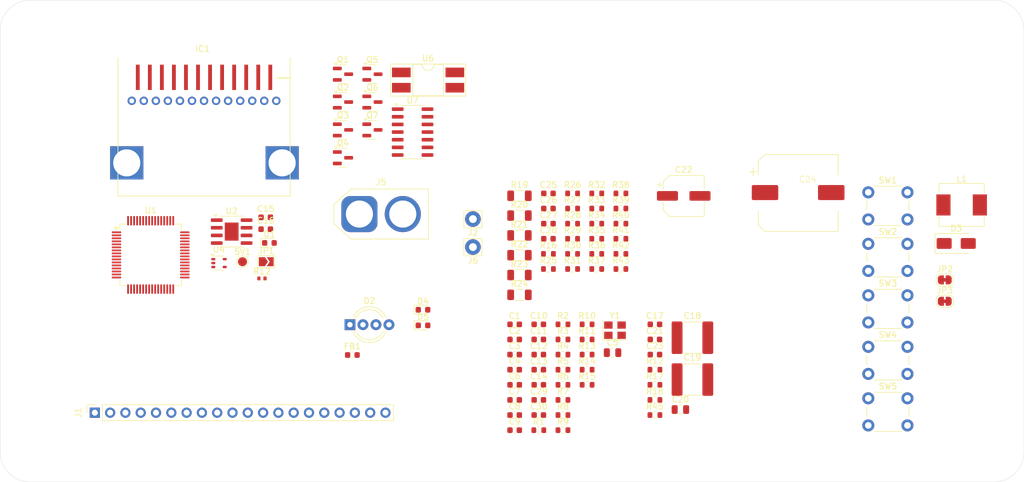
<source format=kicad_pcb>
(kicad_pcb (version 20240108) (generator "pcbnew") (generator_version "8.0")
  (layers (0 "F.Cu" signal) (31 "B.Cu" signal) (34 "B.Paste" user) (35 "F.Paste" user) (36 "B.SilkS" user "B.Silkscreen") (37 "F.SilkS" user "F.Silkscreen") (38 "B.Mask" user) (39 "F.Mask" user) (44 "Edge.Cuts" user))
  (net 0 "")
  (net 1 "+5V")
  (net 2 "GND")
  (net 3 "+3.3V")
  (net 4 "Net-(D1-A)")
  (net 5 "Net-(D1-K)")
  (net 6 "/Motor_driver/TQ")
  (net 7 "/Motor_driver/OUT2A")
  (net 8 "/Motor_driver/ENB")
  (net 9 "Net-(IC1-NFA)")
  (net 11 "/Motor_driver/OUT1B")
  (net 12 "+48V")
  (net 13 "M3")
  (net 14 "Net-(IC1-OSC)")
  (net 15 "/Motor_driver/OUT1A")
  (net 16 "M2")
  (net 17 "Net-(IC1-NFB)")
  (net 18 "/Motor_driver/OUT2B")
  (net 19 "LTC")
  (net 20 "Net-(IC1-VREF)")
  (net 21 "M1")
  (net 22 "Net-(IC1-VREG)")
  (net 23 "/Motor_driver/CLK_L")
  (net 24 "/Motor_driver/DIR_L")
  (net 25 "Net-(IC1-ALERT)")
  (net 26 "/Power/GND_48V")
  (net 27 "M1_STM")
  (net 28 "M3_STM")
  (net 29 "LTC_STM")
  (net 30 "M2_STM")
  (net 32 "STEP_STM")
  (net 34 "RGB_B")
  (net 36 "GLCD_RST")
  (net 38 "CLK")
  (net 40 "/RCC_OSC_OUT")
  (net 42 "/RCC_OSC_IN")
  (net 45 "RGB_R")
  (net 46 "Button_left_max")
  (net 47 "RGB_G")
  (net 54 "GLCD_CS")
  (net 56 "Button_gen_stop")
  (net 58 "GLCD_SCK")
  (net 59 "DIR_STM")
  (net 60 "ADC1")
  (net 61 "+3.3VA")
  (net 65 "Net-(SW1A-A)")
  (net 69 "GLCD_SID")
  (net 73 "Net-(U1-BOOT0)")
  (net 74 "Net-(Q7-E)")
  (net 75 "Button_prec")
  (net 76 "/NRST")
  (net 78 "Button_conf")
  (net 79 "Button_right_max")
  (net 80 "DIR")
  (net 82 "Net-(Q7-B)")
  (net 85 "ADC2")
  (net 87 "Net-(U2-DIM)")
  (net 88 "Net-(U2-BST)")
  (net 90 "Net-(U2-FB)")
  (net 91 "Net-(D3-K)")
  (net 94 "Net-(U7-Pad5)")
  (net 96 "Net-(SW2A-A)")
  (net 99 "Net-(SW3A-A)")
  (net 100 "Net-(SW4A-A)")
  (net 101 "Net-(SW5A-A)")
  (net 102 "Net-(D2-RK)")
  (net 103 "Net-(D2-GK)")
  (net 104 "Net-(D2-BK)")
  (net 105 "Net-(D4-K)")
  (net 106 "Net-(R33-Pad2)")
  (net 107 "Net-(R42-Pad1)")
  (net 108 "Net-(D5-K)")
  (net 109 "Net-(R43-Pad1)")
  (net 121 "Net-(JP2-A)")
  (footprint "Package_TO_SOT_SMD:SOT-23" (layer "F.Cu") (at 111.815 51.545)
    (property "Reference" "Q7" (at 0 -2.4 0) (layer "F.SilkS"))
    (property "Value" "BC847")
    (pad "1" smd roundrect (at -0.9375 -0.95) (size 1.475 0.6) (layers "F.Cu" "F.Paste" "F.Mask") (net 82 "Net-(Q7-B)"))
    (pad "2" smd roundrect (at -0.9375 0.95) (size 1.475 0.6) (layers "F.Cu" "F.Paste" "F.Mask") (net 74 "Net-(Q7-E)"))
    (pad "3" smd roundrect (at 0.9375 0) (size 1.475 0.6) (layers "F.Cu" "F.Paste" "F.Mask") (net 1 "+5V"))
  )
  (footprint "Resistor_SMD:R_0603_1608Metric" (layer "F.Cu") (at 143.45 86.34)
    (property "Reference" "R3" (at 0 -1.43 0) (layer "F.SilkS"))
    (property "Value" "470")
    (pad "1" smd roundrect (at -0.825 0) (size 0.8 0.95) (layers "F.Cu" "F.Paste" "F.Mask") (net 65 "Net-(SW1A-A)"))
    (pad "2" smd roundrect (at 0.825 0) (size 0.8 0.95) (layers "F.Cu" "F.Paste" "F.Mask") (net 78 "Button_conf"))
  )
  (footprint "Resistor_SMD:R_0603_1608Metric" (layer "F.Cu") (at 141.04 74.64)
    (property "Reference" "R25" (at 0 -1.43 0) (layer "F.SilkS"))
    (property "Value" "10K")
    (pad "1" smd roundrect (at -0.825 0) (size 0.8 0.95) (layers "F.Cu" "F.Paste" "F.Mask") (net 27 "M1_STM"))
    (pad "2" smd roundrect (at 0.825 0) (size 0.8 0.95) (layers "F.Cu" "F.Paste" "F.Mask") (net 3 "+3.3V"))
  )
  (footprint "Resistor_SMD:R_0603_1608Metric" (layer "F.Cu") (at 147.46 83.83)
    (property "Reference" "R10" (at 0 -1.43 0) (layer "F.SilkS"))
    (property "Value" "16.5K")
    (pad "1" smd roundrect (at -0.825 0) (size 0.8 0.95) (layers "F.Cu" "F.Paste" "F.Mask") (net 2 "GND"))
    (pad "2" smd roundrect (at 0.825 0) (size 0.8 0.95) (layers "F.Cu" "F.Paste" "F.Mask") (net 79 "Button_right_max"))
  )
  (footprint "Resistor_SMD:R_0603_1608Metric" (layer "F.Cu") (at 149.06 67.11)
    (property "Reference" "R34" (at 0 -1.43 0) (layer "F.SilkS"))
    (property "Value" "10K")
    (pad "1" smd roundrect (at -0.825 0) (size 0.8 0.95) (layers "F.Cu" "F.Paste" "F.Mask") (net 32 "STEP_STM"))
    (pad "2" smd roundrect (at 0.825 0) (size 0.8 0.95) (layers "F.Cu" "F.Paste" "F.Mask") (net 3 "+3.3V"))
  )
  (footprint "Button_Switch_THT:SW_PUSH_6mm" (layer "F.Cu") (at 194.15 79.01)
    (property "Reference" "SW3" (at 3.25 -2 0) (layer "F.SilkS"))
    (property "Value" "SW_DPST_x2")
    (pad "1" thru_hole circle (at 0 0 90) (size 2 2) (drill 1.1) (layers "*.Cu" "*.Mask") (net 99 "Net-(SW3A-A)"))
    (pad "1" thru_hole circle (at 6.5 0 90) (size 2 2) (drill 1.1) (layers "*.Cu" "*.Mask") (net 99 "Net-(SW3A-A)"))
    (pad "2" thru_hole circle (at 0 4.5 90) (size 2 2) (drill 1.1) (layers "*.Cu" "*.Mask") (net 3 "+3.3V"))
    (pad "2" thru_hole circle (at 6.5 4.5 90) (size 2 2) (drill 1.1) (layers "*.Cu" "*.Mask") (net 3 "+3.3V"))
  )
  (footprint "Resistor_SMD:R_0603_1608Metric" (layer "F.Cu") (at 153.07 72.13)
    (property "Reference" "R42" (at 0 -1.43 0) (layer "F.SilkS"))
    (property "Value" "4.7K")
    (pad "1" smd roundrect (at -0.825 0) (size 0.8 0.95) (layers "F.Cu" "F.Paste" "F.Mask") (net 107 "Net-(R42-Pad1)"))
    (pad "2" smd roundrect (at 0.825 0) (size 0.8 0.95) (layers "F.Cu" "F.Paste" "F.Mask") (net 1 "+5V"))
  )
  (footprint "Crystal:Crystal_SMD_3225-4Pin_3.2x2.5mm" (layer "F.Cu") (at 152.09 84.8)
    (property "Reference" "Y1" (at 0 -2.45 0) (layer "F.SilkS"))
    (property "Value" "16MHz")
    (pad "1" smd rect (at -1.1 0.85) (size 1.4 1.2) (layers "F.Cu" "F.Paste" "F.Mask") (net 42 "/RCC_OSC_IN"))
    (pad "2" smd rect (at 1.1 0.85) (size 1.4 1.2) (layers "F.Cu" "F.Paste" "F.Mask") (net 2 "GND"))
    (pad "3" smd rect (at 1.1 -0.85) (size 1.4 1.2) (layers "F.Cu" "F.Paste" "F.Mask") (net 40 "/RCC_OSC_OUT"))
    (pad "4" smd rect (at -1.1 -0.85) (size 1.4 1.2) (layers "F.Cu" "F.Paste" "F.Mask") (net 2 "GND"))
  )
  (footprint "Package_TO_SOT_SMD:SOT-23" (layer "F.Cu") (at 111.815 42.295)
    (property "Reference" "Q5" (at 0 -2.4 0) (layer "F.SilkS"))
    (property "Value" "BSS138")
    (pad "1" smd roundrect (at -0.9375 -0.95) (size 1.475 0.6) (layers "F.Cu" "F.Paste" "F.Mask") (net 3 "+3.3V"))
    (pad "2" smd roundrect (at -0.9375 0.95) (size 1.475 0.6) (layers "F.Cu" "F.Paste" "F.Mask") (net 32 "STEP_STM"))
    (pad "3" smd roundrect (at 0.9375 0) (size 1.475 0.6) (layers "F.Cu" "F.Paste" "F.Mask") (net 38 "CLK"))
  )
  (footprint "Resistor_SMD:R_1206_3216Metric" (layer "F.Cu") (at 136.23 78.93)
    (property "Reference" "R24" (at 0 -1.82 0) (layer "F.SilkS"))
    (property "Value" "680m")
    (pad "1" smd roundrect (at -1.4625 0) (size 1.125 1.75) (layers "F.Cu" "F.Paste" "F.Mask") (roundrect_rratio 0.222222) (net 2 "GND"))
    (pad "2" smd roundrect (at 1.4625 0) (size 1.125 1.75) (layers "F.Cu" "F.Paste" "F.Mask") (roundrect_rratio 0.222222) (net 9 "Net-(IC1-NFA)"))
  )
  (footprint "Resistor_SMD:R_0603_1608Metric" (layer "F.Cu") (at 149.06 64.6)
    (property "Reference" "R33" (at 0 -1.43 0) (layer "F.SilkS"))
    (property "Value" "470")
    (pad "1" smd roundrect (at -0.825 0) (size 0.8 0.95) (layers "F.Cu" "F.Paste" "F.Mask") (net 82 "Net-(Q7-B)"))
    (pad "2" smd roundrect (at 0.825 0) (size 0.8 0.95) (layers "F.Cu" "F.Paste" "F.Mask") (net 106 "Net-(R33-Pad2)"))
  )
  (footprint "Capacitor_SMD:C_0603_1608Metric" (layer "F.Cu") (at 158.72 83.83)
    (property "Reference" "C17" (at 0 -1.43 0) (layer "F.SilkS"))
    (property "Value" "100n")
    (pad "1" smd roundrect (at -0.775 0) (size 0.9 0.95) (layers "F.Cu" "F.Paste" "F.Mask") (net 88 "Net-(U2-BST)"))
    (pad "2" smd roundrect (at 0.775 0) (size 0.9 0.95) (layers "F.Cu" "F.Paste" "F.Mask") (net 91 "Net-(D3-K)"))
  )
  (footprint "Jumper:SolderJumper-2_P1.3mm_Bridged_RoundedPad1.0x1.5mm" (layer "F.Cu") (at 206.85 80)
    (property "Reference" "JP3" (at 0 -1.8 0) (layer "F.SilkS"))
    (property "Value" "SolderJumper_2_Bridged")
    (fp_poly (pts (xy 0.25 -0.3) (xy -0.25 -0.3) (xy -0.25 0.3) (xy 0.25 0.3)) (fill solid) (layer "F.Cu"))
    (pad "1" smd custom (at -0.65 0) (size 1 0.5) (layers "F.Cu" "F.Mask") (net 1 "+5V") (options (clearance outline) (anchor rect)) (primitives (gr_circle (center 0 0.25) (end 0.5 0.25) (width 0) (fill yes)) (gr_circle (center 0 -0.25) (end 0.5 -0.25) (width 0) (fill yes)) (gr_poly (pts (xy 0.5 0.75) (xy 0 0.75) (xy 0 -0.75) (xy 0.5 -0.75)) (width 0) (fill yes))))
    (pad "2" smd custom (at 0.65 0) (size 1 0.5) (layers "F.Cu" "F.Mask") (net 22 "Net-(IC1-VREG)") (options (clearance outline) (anchor rect)) (primitives (gr_circle (center 0 0.25) (end 0.5 0.25) (width 0) (fill yes)) (gr_circle (center 0 -0.25) (end 0.5 -0.25) (width 0) (fill yes)) (gr_poly (pts (xy 0 0.75) (xy -0.5 0.75) (xy -0.5 -0.75) (xy 0 -0.75)) (width 0) (fill yes))))
  )
  (footprint "Resistor_SMD:R_1206_3216Metric" (layer "F.Cu") (at 136.23 62.48)
    (property "Reference" "R19" (at 0 -1.82 0) (layer "F.SilkS"))
    (property "Value" "680m")
    (pad "1" smd roundrect (at -1.4625 0) (size 1.125 1.75) (layers "F.Cu" "F.Paste" "F.Mask") (roundrect_rratio 0.222222) (net 17 "Net-(IC1-NFB)"))
    (pad "2" smd roundrect (at 1.4625 0) (size 1.125 1.75) (layers "F.Cu" "F.Paste" "F.Mask") (roundrect_rratio 0.222222) (net 2 "GND"))
  )
  (footprint "LED_SMD:LED_0603_1608Metric" (layer "F.Cu") (at 94.71 70.31)
    (property "Reference" "D1" (at 0 -1.43 0) (layer "F.SilkS"))
    (property "Value" "LED")
    (pad "1" smd roundrect (at -0.7875 0) (size 0.875 0.95) (layers "F.Cu" "F.Paste" "F.Mask") (net 5 "Net-(D1-K)"))
    (pad "2" smd roundrect (at 0.7875 0) (size 0.875 0.95) (layers "F.Cu" "F.Paste" "F.Mask") (net 4 "Net-(D1-A)"))
  )
  (footprint "Resistor_SMD:R_0603_1608Metric" (layer "F.Cu") (at 153.07 67.11)
    (property "Reference" "R40" (at 0 -1.43 0) (layer "F.SilkS"))
    (property "Value" "4.7K")
    (pad "1" smd roundrect (at -0.825 0) (size 0.8 0.95) (layers "F.Cu" "F.Paste" "F.Mask") (net 1 "+5V"))
    (pad "2" smd roundrect (at 0.825 0) (size 0.8 0.95) (layers "F.Cu" "F.Paste" "F.Mask") (net 8 "/Motor_driver/ENB"))
  )
  (footprint "Package_TO_SOT_SMD:SOT-23" (layer "F.Cu") (at 111.815 46.92)
    (property "Reference" "Q6" (at 0 -2.4 0) (layer "F.SilkS"))
    (property "Value" "BSS138")
    (pad "1" smd roundrect (at -0.9375 -0.95) (size 1.475 0.6) (layers "F.Cu" "F.Paste" "F.Mask") (net 3 "+3.3V"))
    (pad "2" smd roundrect (at -0.9375 0.95) (size 1.475 0.6) (layers "F.Cu" "F.Paste" "F.Mask") (net 59 "DIR_STM"))
    (pad "3" smd roundrect (at 0.9375 0) (size 1.475 0.6) (layers "F.Cu" "F.Paste" "F.Mask") (net 80 "DIR"))
  )
  (footprint "Resistor_SMD:R_0603_1608Metric" (layer "F.Cu") (at 153.07 74.64)
    (property "Reference" "R43" (at 0 -1.43 0) (layer "F.SilkS"))
    (property "Value" "470")
    (pad "1" smd roundrect (at -0.825 0) (size 0.8 0.95) (layers "F.Cu" "F.Paste" "F.Mask") (net 109 "Net-(R43-Pad1)"))
    (pad "2" smd roundrect (at 0.825 0) (size 0.8 0.95) (layers "F.Cu" "F.Paste" "F.Mask") (net 108 "Net-(D5-K)"))
  )
  (footprint "Resistor_SMD:R_0603_1608Metric" (layer "F.Cu") (at 147.46 91.36)
    (property "Reference" "R14" (at 0 -1.43 0) (layer "F.SilkS"))
    (property "Value" "470")
    (pad "1" smd roundrect (at -0.825 0) (size 0.8 0.95) (layers "F.Cu" "F.Paste" "F.Mask") (net 103 "Net-(D2-GK)"))
    (pad "2" smd roundrect (at 0.825 0) (size 0.8 0.95) (layers "F.Cu" "F.Paste" "F.Mask") (net 47 "RGB_G"))
  )
  (footprint "Resistor_SMD:R_0603_1608Metric" (layer "F.Cu") (at 143.45 101.4)
    (property "Reference" "R9" (at 0 -1.43 0) (layer "F.SilkS"))
    (property "Value" "470")
    (pad "1" smd roundrect (at -0.825 0) (size 0.8 0.95) (layers "F.Cu" "F.Paste" "F.Mask") (net 100 "Net-(SW4A-A)"))
    (pad "2" smd roundrect (at 0.825 0) (size 0.8 0.95) (layers "F.Cu" "F.Paste" "F.Mask") (net 46 "Button_left_max"))
  )
  (footprint "Capacitor_SMD:C_0603_1608Metric" (layer "F.Cu") (at 135.43 86.34)
    (property "Reference" "C2" (at 0 -1.43 0) (layer "F.SilkS"))
    (property "Value" "100n")
    (pad "1" smd roundrect (at -0.775 0) (size 0.9 0.95) (layers "F.Cu" "F.Paste" "F.Mask") (net 3 "+3.3V"))
    (pad "2" smd roundrect (at 0.775 0) (size 0.9 0.95) (layers "F.Cu" "F.Paste" "F.Mask") (net 2 "GND"))
  )
  (footprint "Resistor_SMD:R_0603_1608Metric" (layer "F.Cu") (at 145.05 74.64)
    (property "Reference" "R31" (at 0 -1.43 0) (layer "F.SilkS"))
    (property "Value" "10K")
    (pad "1" smd roundrect (at -0.825 0) (size 0.8 0.95) (layers "F.Cu" "F.Paste" "F.Mask") (net 29 "LTC_STM"))
    (pad "2" smd roundrect (at 0.825 0) (size 0.8 0.95) (layers "F.Cu" "F.Paste" "F.Mask") (net 3 "+3.3V"))
  )
  (footprint "Capacitor_SMD:C_0603_1608Metric" (layer "F.Cu") (at 141.04 67.11)
    (property "Reference" "C27" (at 0 -1.43 0) (layer "F.SilkS"))
    (property "Value" "100n")
    (pad "1" smd roundrect (at -0.775 0) (size 0.9 0.95) (layers "F.Cu" "F.Paste" "F.Mask") (net 1 "+5V"))
    (pad "2" smd roundrect (at 0.775 0) (size 0.9 0.95) (layers "F.Cu" "F.Paste" "F.Mask") (net 2 "GND"))
  )
  (footprint "Package_TO_SOT_SMD:SOT-353_SC-70-5" (layer "F.Cu") (at 86.34 73.655)
    (property "Reference" "U4" (at 0 -2.25 0) (layer "F.SilkS"))
    (property "Value" "MIC5365-3.3YC5")
    (pad "1" smd roundrect (at -0.95 -0.65) (size 0.65 0.4) (layers "F.Cu" "F.Paste" "F.Mask") (net 1 "+5V"))
    (pad "2" smd roundrect (at -0.95 0) (size 0.65 0.4) (layers "F.Cu" "F.Paste" "F.Mask") (net 2 "GND"))
    (pad "3" smd roundrect (at -0.95 0.65) (size 0.65 0.4) (layers "F.Cu" "F.Paste" "F.Mask") (net 1 "+5V"))
    (pad "4" smd roundrect (at 0.95 0.65) (size 0.65 0.4) (layers "F.Cu" "F.Paste" "F.Mask"))
    (pad "5" smd roundrect (at 0.95 -0.65) (size 0.65 0.4) (layers "F.Cu" "F.Paste" "F.Mask") (net 3 "+3.3V"))
  )
  (footprint "Resistor_SMD:R_0603_1608Metric" (layer "F.Cu") (at 149.06 62.09)
    (property "Reference" "R32" (at 0 -1.43 0) (layer "F.SilkS"))
    (property "Value" "10K")
    (pad "1" smd roundrect (at -0.825 0) (size 0.8 0.95) (layers "F.Cu" "F.Paste" "F.Mask") (net 19 "LTC"))
    (pad "2" smd roundrect (at 0.825 0) (size 0.8 0.95) (layers "F.Cu" "F.Paste" "F.Mask") (net 1 "+5V"))
  )
  (footprint "Resistor_SMD:R_1206_3216Metric" (layer "F.Cu") (at 136.23 75.64)
    (property "Reference" "R23" (at 0 -1.82 0) (layer "F.SilkS"))
    (property "Value" "680m")
    (pad "1" smd roundrect (at -1.4625 0) (size 1.125 1.75) (layers "F.Cu" "F.Paste" "F.Mask") (roundrect_rratio 0.222222) (net 2 "GND"))
    (pad "2" smd roundrect (at 1.4625 0) (size 1.125 1.75) (layers "F.Cu" "F.Paste" "F.Mask") (roundrect_rratio 0.222222) (net 9 "Net-(IC1-NFA)"))
  )
  (footprint "Resistor_SMD:R_0603_1608Metric" (layer "F.Cu") (at 145.05 62.09)
    (property "Reference" "R26" (at 0 -1.43 0) (layer "F.SilkS"))
    (property "Value" "10K")
    (pad "1" smd roundrect (at -0.825 0) (size 0.8 0.95) (layers "F.Cu" "F.Paste" "F.Mask") (net 21 "M1"))
    (pad "2" smd roundrect (at 0.825 0) (size 0.8 0.95) (layers "F.Cu" "F.Paste" "F.Mask") (net 1 "+5V"))
  )
  (footprint "Resistor_SMD:R_0603_1608Metric" (layer "F.Cu") (at 158.72 91.36)
    (property "Reference" "R12" (at 0 -1.43 0) (layer "F.SilkS"))
    (property "Value" "470")
    (pad "1" smd roundrect (at -0.825 0) (size 0.8 0.95) (layers "F.Cu" "F.Paste" "F.Mask") (net 1 "+5V"))
    (pad "2" smd roundrect (at 0.825 0) (size 0.8 0.95) (layers "F.Cu" "F.Paste" "F.Mask") (net 2 "GND"))
  )
  (footprint "Resistor_SMD:R_0603_1608Metric" (layer "F.Cu") (at 145.05 72.13)
    (property "Reference" "R30" (at 0 -1.43 0) (layer "F.SilkS"))
    (property "Value" "10K")
    (pad "1" smd roundrect (at -0.825 0) (size 0.8 0.95) (layers "F.Cu" "F.Paste" "F.Mask") (net 13 "M3"))
    (pad "2" smd roundrect (at 0.825 0) (size 0.8 0.95) (layers "F.Cu" "F.Paste" "F.Mask") (net 1 "+5V"))
  )
  (footprint "Resistor_SMD:R_0603_1608Metric" (layer "F.Cu") (at 158.72 93.87)
    (property "Reference" "R17" (at 0 -1.43 0) (layer "F.SilkS"))
    (property "Value" "10K")
    (pad "1" smd roundrect (at -0.825 0) (size 0.8 0.95) (layers "F.Cu" "F.Paste" "F.Mask") (net 2 "GND"))
    (pad "2" smd roundrect (at 0.825 0) (size 0.8 0.95) (layers "F.Cu" "F.Paste" "F.Mask") (net 90 "Net-(U2-FB)"))
  )
  (footprint "Resistor_SMD:R_0603_1608Metric" (layer "F.Cu") (at 147.46 86.34)
    (property "Reference" "R11" (at 0 -1.43 0) (layer "F.SilkS"))
    (property "Value" "470")
    (pad "1" smd roundrect (at -0.825 0) (size 0.8 0.95) (layers "F.Cu" "F.Paste" "F.Mask") (net 101 "Net-(SW5A-A)"))
    (pad "2" smd roundrect (at 0.825 0) (size 0.8 0.95) (layers "F.Cu" "F.Paste" "F.Mask") (net 79 "Button_right_max"))
  )
  (footprint "Capacitor_SMD:C_0603_1608Metric" (layer "F.Cu") (at 158.72 88.85)
    (property "Reference" "C23" (at 0 -1.43 0) (layer "F.SilkS"))
    (property "Value" "100n")
    (pad "1" smd roundrect (at -0.775 0) (size 0.9 0.95) (layers "F.Cu" "F.Paste" "F.Mask") (net 1 "+5V"))
    (pad "2" smd roundrect (at 0.775 0) (size 0.9 0.95) (layers "F.Cu" "F.Paste" "F.Mask") (net 90 "Net-(U2-FB)"))
  )
  (footprint "Capacitor_SMD:C_0603_1608Metric" (layer "F.Cu") (at 141.04 69.62)
    (property "Reference" "C28" (at 0 -1.43 0) (layer "F.SilkS"))
    (property "Value" "100n")
    (pad "1" smd roundrect (at -0.775 0) (size 0.9 0.95) (layers "F.Cu" "F.Paste" "F.Mask") (net 2 "GND"))
    (pad "2" smd roundrect (at 0.775 0) (size 0.9 0.95) (layers "F.Cu" "F.Paste" "F.Mask") (net 20 "Net-(IC1-VREF)"))
  )
  (footprint "Capacitor_SMD:C_0603_1608Metric" (layer "F.Cu") (at 139.44 98.89)
    (property "Reference" "C30" (at 0 -1.43 0) (layer "F.SilkS"))
    (property "Value" "10p")
    (pad "1" smd roundrect (at -0.775 0) (size 0.9 0.95) (layers "F.Cu" "F.Paste" "F.Mask") (net 40 "/RCC_OSC_OUT"))
    (pad "2" smd roundrect (at 0.775 0) (size 0.9 0.95) (layers "F.Cu" "F.Paste" "F.Mask") (net 2 "GND"))
  )
  (footprint "Diode_SMD:D_SMA" (layer "F.Cu") (at 208.745 70.4)
    (property "Reference" "D3" (at 0 -2.5 0) (layer "F.SilkS"))
    (property "Value" "SS110")
    (pad "1" smd roundrect (at -2 0) (size 2.5 1.8) (layers "F.Cu" "F.Paste" "F.Mask") (roundrect_rratio 0.1388888889) (net 91 "Net-(D3-K)"))
    (pad "2" smd roundrect (at 2 0) (size 2.5 1.8) (layers "F.Cu" "F.Paste" "F.Mask") (roundrect_rratio 0.1388888889) (net 2 "GND"))
  )
  (footprint "Resistor_SMD:R_0603_1608Metric" (layer "F.Cu") (at 147.46 88.85)
    (property "Reference" "R13" (at 0 -1.43 0) (layer "F.SilkS"))
    (property "Value" "470")
    (pad "1" smd roundrect (at -0.825 0) (size 0.8 0.95) (layers "F.Cu" "F.Paste" "F.Mask") (net 102 "Net-(D2-RK)"))
    (pad "2" smd roundrect (at 0.825 0) (size 0.8 0.95) (layers "F.Cu" "F.Paste" "F.Mask") (net 45 "RGB_R"))
  )
  (footprint "Resistor_SMD:R_0603_1608Metric" (layer "F.Cu") (at 158.72 96.38)
    (property "Reference" "R18" (at 0 -1.43 0) (layer "F.SilkS"))
    (property "Value" "240K")
    (pad "1" smd roundrect (at -0.825 0) (size 0.8 0.95) (layers "F.Cu" "F.Paste" "F.Mask") (net 90 "Net-(U2-FB)"))
    (pad "2" smd roundrect (at 0.825 0) (size 0.8 0.95) (layers "F.Cu" "F.Paste" "F.Mask") (net 1 "+5V"))
  )
  (footprint "Resistor_SMD:R_0603_1608Metric" (layer "F.Cu") (at 143.45 83.83)
    (property "Reference" "R2" (at 0 -1.43 0) (layer "F.SilkS"))
    (property "Value" "16.5K")
    (pad "1" smd roundrect (at -0.825 0) (size 0.8 0.95) (layers "F.Cu" "F.Paste" "F.Mask") (net 2 "GND"))
    (pad "2" smd roundrect (at 0.825 0) (size 0.8 0.95) (layers "F.Cu" "F.Paste" "F.Mask") (net 78 "Button_conf"))
  )
  (footprint "Capacitor_SMD:C_0805_2012Metric" (layer "F.Cu") (at 162.95 97.98)
    (property "Reference" "C20" (at 0 -1.68 0) (layer "F.SilkS"))
    (property "Value" "2.2u")
    (pad "1" smd roundrect (at -0.95 0) (size 1 1.45) (layers "F.Cu" "F.Paste" "F.Mask") (net 12 "+48V"))
    (pad "2" smd roundrect (at 0.95 0) (size 1 1.45) (layers "F.Cu" "F.Paste" "F.Mask") (net 2 "GND"))
  )
  (footprint "Capacitor_SMD:C_0603_1608Metric" (layer "F.Cu") (at 139.44 91.36)
    (property "Reference" "C13" (at 0 -1.43 0) (layer "F.SilkS"))
    (property "Value" "100n")
    (pad "1" smd roundrect (at -0.775 0) (size 0.9 0.95) (layers "F.Cu" "F.Paste" "F.Mask") (net 2 "GND"))
    (pad "2" smd roundrect (at 0.775 0) (size 0.9 0.95) (layers "F.Cu" "F.Paste" "F.Mask") (net 46 "Button_left_max"))
  )
  (footprint "Resistor_SMD:R_0603_1608Metric" (layer "F.Cu") (at 149.06 69.62)
    (property "Reference" "R35" (at 0 -1.43 0) (layer "F.SilkS"))
    (property "Value" "10K")
    (pad "1" smd roundrect (at -0.825 0) (size 0.8 0.95) (layers "F.Cu" "F.Paste" "F.Mask") (net 38 "CLK"))
    (pad "2" smd roundrect (at 0.825 0) (size 0.8 0.95) (layers "F.Cu" "F.Paste" "F.Mask") (net 1 "+5V"))
  )
  (footprint "Resistor_SMD:R_0603_1608Metric" (layer "F.Cu") (at 145.05 69.62)
    (property "Reference" "R29" (at 0 -1.43 0) (layer "F.SilkS"))
    (property "Value" "10K")
    (pad "1" smd roundrect (at -0.825 0) (size 0.8 0.95) (layers "F.Cu" "F.Paste" "F.Mask") (net 28 "M3_STM"))
    (pad "2" smd roundrect (at 0.825 0) (size 0.8 0.95) (layers "F.Cu" "F.Paste" "F.Mask") (net 3 "+3.3V"))
  )
  (footprint "Capacitor_SMD:C_0603_1608Metric" (layer "F.Cu") (at 135.43 93.87)
    (property "Reference" "C6" (at 0 -1.43 0) (layer "F.SilkS"))
    (property "Value" "10n")
    (pad "1" smd roundrect (at -0.775 0) (size 0.9 0.95) (layers "F.Cu" "F.Paste" "F.Mask") (net 61 "+3.3VA"))
    (pad "2" smd roundrect (at 0.775 0) (size 0.9 0.95) (layers "F.Cu" "F.Paste" "F.Mask") (net 2 "GND"))
  )
  (footprint "Resistor_SMD:R_0603_1608Metric" (layer "F.Cu") (at 153.07 69.62)
    (property "Reference" "R41" (at 0 -1.43 0) (layer "F.SilkS"))
    (property "Value" "51K")
    (pad "1" smd roundrect (at -0.825 0) (size 0.8 0.95) (layers "F.Cu" "F.Paste" "F.Mask") (net 2 "GND"))
    (pad "2" smd roundrect (at 0.825 0) (size 0.8 0.95) (layers "F.Cu" "F.Paste" "F.Mask") (net 14 "Net-(IC1-OSC)"))
  )
  (footprint "Connector_Pin:Pin_D1.3mm_L11.3mm_W2.8mm_Flat" (layer "F.Cu") (at 128.5 66.35)
    (property "Reference" "J2" (at 0 2.25 0) (layer "F.SilkS"))
    (property "Value" "Button_A")
    (pad "1" thru_hole circle (at 0 0) (size 2.6 2.6) (drill 1.3) (layers "*.Cu" "*.Mask") (net 26 "/Power/GND_48V"))
  )
  (footprint "Resistor_SMD:R_0603_1608Metric" (layer "F.Cu") (at 143.45 88.85)
    (property "Reference" "R4" (at 0 -1.43 0) (layer "F.SilkS"))
    (property "Value" "16.5K")
    (pad "1" smd roundrect (at -0.825 0) (size 0.8 0.95) (layers "F.Cu" "F.Paste" "F.Mask") (net 2 "GND"))
    (pad "2" smd roundrect (at 0.825 0) (size 0.8 0.95) (layers "F.Cu" "F.Paste" "F.Mask") (net 75 "Button_prec"))
  )
  (footprint "Capacitor_SMD:C_0805_2012Metric" (layer "F.Cu") (at 151.69 88.53)
    (property "Reference" "C5" (at 0 -1.68 0) (layer "F.SilkS"))
    (property "Value" "10u")
    (pad "1" smd roundrect (at -0.95 0) (size 1 1.45) (layers "F.Cu" "F.Paste" "F.Mask") (net 3 "+3.3V"))
    (pad "2" smd roundrect (at 0.95 0) (size 1 1.45) (layers "F.Cu" "F.Paste" "F.Mask") (net 2 "GND"))
  )
  (footprint "Package_SO:SOIC-8-1EP_3.9x4.9mm_P1.27mm_EP2.29x3mm" (layer "F.Cu") (at 88.44 68.43)
    (property "Reference" "U2" (at 0 -3.4 0) (layer "F.SilkS"))
    (property "Value" "~")
    (pad "1" smd roundrect (at -2.475 -1.905) (size 1.95 0.6) (layers "F.Cu" "F.Paste" "F.Mask") (net 90 "Net-(U2-FB)"))
    (pad "2" smd roundrect (at -2.475 -0.635) (size 1.95 0.6) (layers "F.Cu" "F.Paste" "F.Mask"))
    (pad "3" smd roundrect (at -2.475 0.635) (size 1.95 0.6) (layers "F.Cu" "F.Paste" "F.Mask") (net 12 "+48V"))
    (pad "4" smd roundrect (at -2.475 1.905) (size 1.95 0.6) (layers "F.Cu" "F.Paste" "F.Mask") (net 88 "Net-(U2-BST)"))
    (pad "5" smd roundrect (at 2.475 1.905) (size 1.95 0.6) (layers "F.Cu" "F.Paste" "F.Mask") (net 91 "Net-(D3-K)"))
    (pad "6" smd roundrect (at 2.475 0.635) (size 1.95 0.6) (layers "F.Cu" "F.Paste" "F.Mask") (net 87 "Net-(U2-DIM)"))
    (pad "7" smd roundrect (at 2.475 -0.635) (size 1.95 0.6) (layers "F.Cu" "F.Paste" "F.Mask") (net 87 "Net-(U2-DIM)"))
    (pad "8" smd roundrect (at 2.475 -1.905) (size 1.95 0.6) (layers "F.Cu" "F.Paste" "F.Mask") (net 2 "GND"))
    (pad "9" smd rect (at 0 0) (size 2.29 3) (property pad_prop_heatsink) (layers "F.Cu" "F.Mask") (net 2 "GND"))
  )
  (footprint "Inductor_SMD:L_0603_1608Metric" (layer "F.Cu") (at 108.4825 88.92)
    (property "Reference" "FB1" (at 0 -1.43 0) (layer "F.SilkS"))
    (property "Value" "FerriteBead")
    (pad "1" smd roundrect (at -0.7875 0) (size 0.875 0.95) (layers "F.Cu" "F.Paste" "F.Mask") (net 61 "+3.3VA"))
    (pad "2" smd roundrect (at 0.7875 0) (size 0.875 0.95) (layers "F.Cu" "F.Paste" "F.Mask") (net 3 "+3.3V"))
  )
  (footprint "Capacitor_SMD:C_0603_1608Metric" (layer "F.Cu") (at 139.44 93.87)
    (property "Reference" "C14" (at 0 -1.43 0) (layer "F.SilkS"))
    (property "Value" "100n")
    (pad "1" smd roundrect (at -0.775 0) (size 0.9 0.95) (layers "F.Cu" "F.Paste" "F.Mask") (net 2 "GND"))
    (pad "2" smd roundrect (at 0.775 0) (size 0.9 0.95) (layers "F.Cu" "F.Paste" "F.Mask") (net 79 "Button_right_max"))
  )
  (footprint "Capacitor_SMD:C_0603_1608Metric" (layer "F.Cu") (at 135.43 96.38)
    (property "Reference" "C7" (at 0 -1.43 0) (layer "F.SilkS"))
    (property "Value" "1u")
    (pad "1" smd roundrect (at -0.775 0) (size 0.9 0.95) (layers "F.Cu" "F.Paste" "F.Mask") (net 61 "+3.3VA"))
    (pad "2" smd roundrect (at 0.775 0) (size 0.9 0.95) (layers "F.Cu" "F.Paste" "F.Mask") (net 2 "GND"))
  )
  (footprint "Capacitor_SMD:C_0603_1608Metric" (layer "F.Cu") (at 135.43 91.36)
    (property "Reference" "C4" (at 0 -1.43 0) (layer "F.SilkS"))
    (property "Value" "100n")
    (pad "1" smd roundrect (at -0.775 0) (size 0.9 0.95) (layers "F.Cu" "F.Paste" "F.Mask") (net 3 "+3.3V"))
    (pad "2" smd roundrect (at 0.775 0) (size 0.9 0.95) (layers "F.Cu" "F.Paste" "F.Mask") (net 2 "GND"))
  )
  (footprint "Capacitor_SMD:C_0603_1608Metric" (layer "F.Cu") (at 135.43 83.83)
    (property "Reference" "C1" (at 0 -1.43 0) (layer "F.SilkS"))
    (property "Value" "100n")
    (pad "1" smd roundrect (at -0.775 0) (size 0.9 0.95) (layers "F.Cu" "F.Paste" "F.Mask") (net 3 "+3.3V"))
    (pad "2" smd roundrect (at 0.775 0) (size 0.9 0.95) (layers "F.Cu" "F.Paste" "F.Mask") (net 2 "GND"))
  )
  (footprint "Resistor_SMD:R_0603_1608Metric" (layer "F.Cu") (at 153.07 64.6)
    (property "Reference" "R39" (at 0 -1.43 0) (layer "F.SilkS"))
    (property "Value" "4.7K")
    (pad "1" smd roundrect (at -0.825 0) (size 0.8 0.95) (layers "F.Cu" "F.Paste" "F.Mask") (net 1 "+5V"))
    (pad "2" smd roundrect (at 0.825 0) (size 0.8 0.95) (layers "F.Cu" "F.Paste" "F.Mask") (net 23 "/Motor_driver/CLK_L"))
  )
  (footprint "Resistor_SMD:R_1206_3216Metric" (layer "F.Cu") (at 136.23 69.06)
    (property "Reference" "R21" (at 0 -1.82 0) (layer "F.SilkS"))
    (property "Value" "680m")
    (pad "1" smd roundrect (at -1.4625 0) (size 1.125 1.75) (layers "F.Cu" "F.Paste" "F.Mask") (roundrect_rratio 0.222222) (net 17 "Net-(IC1-NFB)"))
    (pad "2" smd roundrect (at 1.4625 0) (size 1.125 1.75) (layers "F.Cu" "F.Paste" "F.Mask") (roundrect_rratio 0.222222) (net 2 "GND"))
  )
  (footprint "Capacitor_SMD:C_0603_1608Metric" (layer "F.Cu") (at 141.04 62.09)
    (property "Reference" "C25" (at 0 -1.43 0) (layer "F.SilkS"))
    (property "Value" "100n")
    (pad "1" smd roundrect (at -0.775 0) (size 0.9 0.95) (layers "F.Cu" "F.Paste" "F.Mask") (net 22 "Net-(IC1-VREG)"))
    (pad "2" smd roundrect (at 0.775 0) (size 0.9 0.95) (layers "F.Cu" "F.Paste" "F.Mask") (net 2 "GND"))
  )
  (footprint "Capacitor_SMD:C_0603_1608Metric" (layer "F.Cu") (at 135.43 101.4)
    (property "Reference" "C9" (at 0 -1.43 0) (layer "F.SilkS"))
    (property "Value" "100n")
    (pad "1" smd roundrect (at -0.775 0) (size 0.9 0.95) (layers "F.Cu" "F.Paste" "F.Mask") (net 76 "/NRST"))
    (pad "2" smd roundrect (at 0.775 0) (size 0.9 0.95) (layers "F.Cu" "F.Paste" "F.Mask") (net 2 "GND"))
  )
  (footprint "Package_SO:SOIC-14_3.9x8.7mm_P1.27mm" (layer "F.Cu") (at 118.485 51.905)
    (property "Reference" "U7" (at 0 -5.28 0) (layer "F.SilkS"))
    (property "Value" "74HC14")
    (pad "1" smd roundrect (at -2.475 -3.81) (size 1.95 0.6) (layers "F.Cu" "F.Paste" "F.Mask") (net 23 "/Motor_driver/CLK_L"))
    (pad "2" smd roundrect (at -2.475 -2.54) (size 1.95 0.6) (layers "F.Cu" "F.Paste" "F.Mask") (net 106 "Net-(R33-Pad2)"))
    (pad "3" smd roundrect (at -2.475 -1.27) (size 1.95 0.6) (layers "F.Cu" "F.Paste" "F.Mask") (net 74 "Net-(Q7-E)"))
    (pad "4" smd roundrect (at -2.475 0) (size 1.95 0.6) (layers "F.Cu" "F.Paste" "F.Mask") (net 109 "Net-(R43-Pad1)"))
    (pad "5" smd roundrect (at -2.475 1.27) (size 1.95 0.6) (layers "F.Cu" "F.Paste" "F.Mask") (net 94 "Net-(U7-Pad5)"))
    (pad "6" smd roundrect (at -2.475 2.54) (size 1.95 0.6) (layers "F.Cu" "F.Paste" "F.Mask") (net 6 "/Motor_driver/TQ"))
    (pad "7" smd roundrect (at -2.475 3.81) (size 1.95 0.6) (layers "F.Cu" "F.Paste" "F.Mask") (net 2 "GND"))
    (pad "8" smd roundrect (at 2.475 3.81) (size 1.95 0.6) (layers "F.Cu" "F.Paste" "F.Mask") (net 94 "Net-(U7-Pad5)"))
    (pad "9" smd roundrect (at 2.475 2.54) (size 1.95 0.6) (layers "F.Cu" "F.Paste" "F.Mask") (net 74 "Net-(Q7-E)"))
    (pad "10" smd roundrect (at 2.475 1.27) (size 1.95 0.6) (layers "F.Cu" "F.Paste" "F.Mask"))
    (pad "11" smd roundrect (at 2.475 0) (size 1.95 0.6) (layers "F.Cu" "F.Paste" "F.Mask"))
    (pad "12" smd roundrect (at 2.475 -1.27) (size 1.95 0.6) (layers "F.Cu" "F.Paste" "F.Mask"))
    (pad "13" smd roundrect (at 2.475 -2.54) (size 1.95 0.6) (layers "F.Cu" "F.Paste" "F.Mask"))
    (pad "14" smd roundrect (at 2.475 -3.81) (size 1.95 0.6) (layers "F.Cu" "F.Paste" "F.Mask") (net 1 "+5V"))
  )
  (footprint "Resistor_SMD:R_0603_1608Metric" (layer "F.Cu") (at 153.07 62.09)
    (property "Reference" "R38" (at 0 -1.43 0) (layer "F.SilkS"))
    (property "Value" "4.7K")
    (pad "1" smd roundrect (at -0.825 0) (size 0.8 0.95) (layers "F.Cu" "F.Paste" "F.Mask") (net 1 "+5V"))
    (pad "2" smd roundrect (at 0.825 0) (size 0.8 0.95) (layers "F.Cu" "F.Paste" "F.Mask") (net 24 "/Motor_driver/DIR_L"))
  )
  (footprint "Connector_AMASS:AMASS_XT60-M_1x02_P7.20mm_Vertical" (layer "F.Cu") (at 109.655 65.52)
    (property "Reference" "J5" (at 3.6 -5.3 180) (layer "F.SilkS"))
    (property "Value" "POWER")
    (pad "1" thru_hole roundrect (at 0 0) (size 6 6) (drill 4.5) (layers "*.Cu" "*.Mask") (net 26 "/Power/GND_48V"))
    (pad "2" thru_hole circle (at 7.2 0) (size 6 6) (drill 4.5) (layers "*.Cu" "*.Mask") (net 12 "+48V"))
  )
  (footprint "Connector_PinSocket_2.54mm:PinSocket_1x20_P2.54mm_Vertical" (layer "F.Cu") (at 65.72 98.5 90)
    (property "Reference" "J1" (at 0 -2.77 90) (layer "F.SilkS"))
    (property "Value" "Conn_01x20_Pin")
    (pad "1" thru_hole rect (at 0 0 90) (size 1.7 1.7) (drill 1) (layers "*.Cu" "*.Mask") (net 2 "GND"))
    (pad "2" thru_hole oval (at 0 2.54 90) (size 1.7 1.7) (drill 1) (layers "*.Cu" "*.Mask") (net 1 "+5V"))
    (pad "3" thru_hole oval (at 0 5.08 90) (size 1.7 1.7) (drill 1) (layers "*.Cu" "*.Mask"))
    (pad "4" thru_hole oval (at 0 7.62 90) (size 1.7 1.7) (drill 1) (layers "*.Cu" "*.Mask") (net 36 "GLCD_RST"))
    (pad "5" thru_hole oval (at 0 10.16 90) (size 1.7 1.7) (drill 1) (layers "*.Cu" "*.Mask"))
    (pad "6" thru_hole oval (at 0 12.7 90) (size 1.7 1.7) (drill 1) (layers "*.Cu" "*.Mask") (net 2 "GND"))
    (pad "7" thru_hole oval (at 0 15.24 90) (size 1.7 1.7) (drill 1) (layers "*.Cu" "*.Mask"))
    (pad "8" thru_hole oval (at 0 17.78 90) (size 1.7 1.7) (drill 1) (layers "*.Cu" "*.Mask"))
    (pad "9" thru_hole oval (at 0 20.32 90) (size 1.7 1.7) (drill 1) (layers "*.Cu" "*.Mask"))
    (pad "10" thru_hole oval (at 0 22.86 90) (size 1.7 1.7) (drill 1) (layers "*.Cu" "*.Mask"))
    (pad "11" thru_hole oval (at 0 25.4 90) (size 1.7 1.7) (drill 1) (layers "*.Cu" "*.Mask"))
    (pad "12" thru_hole oval (at 0 27.94 90) (size 1.7 1.7) (drill 1) (layers "*.Cu" "*.Mask"))
    (pad "13" thru_hole oval (at 0 30.48 90) (size 1.7 1.7) (drill 1) (layers "*.Cu" "*.Mask"))
    (pad "14" thru_hole oval (at 0 33.02 90) (size 1.7 1.7) (drill 1) (layers "*.Cu" "*.Mask"))
    (pad "15" thru_hole oval (at 0 35.56 90) (size 1.7 1.7) (drill 1) (layers "*.Cu" "*.Mask") (net 58 "GLCD_SCK"))
    (pad "16" thru_hole oval (at 0 38.1 90) (size 1.7 1.7) (drill 1) (layers "*.Cu" "*.Mask") (net 69 "GLCD_SID"))
    (pad "17" thru_hole oval (at 0 40.64 90) (size 1.7 1.7) (drill 1) (layers "*.Cu" "*.Mask") (net 54 "GLCD_CS"))
    (pad "18" thru_hole oval (at 0 43.18 90) (size 1.7 1.7) (drill 1) (layers "*.Cu" "*.Mask"))
    (pad "19" thru_hole oval (at 0 45.72 90) (size 1.7 1.7) (drill 1) (layers "*.Cu" "*.Mask") (net 1 "+5V"))
    (pad "20" thru_hole oval (at 0 48.26 90) (size 1.7 1.7) (drill 1) (layers "*.Cu" "*.Mask") (net 2 "GND"))
  )
  (footprint "Resistor_SMD:R_0603_1608Metric" (layer "F.Cu") (at 139.44 101.4)
    (property "Reference" "R1" (at 0 -1.43 0) (layer "F.SilkS"))
    (property "Value" "10K")
    (pad "1" smd roundrect (at -0.825 0) (size 0.8 0.95) (layers "F.Cu" "F.Paste" "F.Mask") (net 2 "GND"))
    (pad "2" smd roundrect (at 0.825 0) (size 0.8 0.95) (layers "F.Cu" "F.Paste" "F.Mask") (net 73 "Net-(U1-BOOT0)"))
  )
  (footprint "Capacitor_SMD:C_0603_1608Metric" (layer "F.Cu") (at 139.44 88.85)
    (property "Reference" "C12" (at 0 -1.43 0) (layer "F.SilkS"))
    (property "Value" "100n")
    (pad "1" smd roundrect (at -0.775 0) (size 0.9 0.95) (layers "F.Cu" "F.Paste" "F.Mask") (net 2 "GND"))
    (pad "2" smd roundrect (at 0.775 0) (size 0.9 0.95) (layers "F.Cu" "F.Paste" "F.Mask") (net 56 "Button_gen_stop"))
  )
  (footprint "Button_Switch_THT:SW_PUSH_6mm" (layer "F.Cu") (at 194.15 87.56)
    (property "Reference" "SW4" (at 3.25 -2 0) (layer "F.SilkS"))
    (property "Value" "SW_DPST_x2")
    (pad "1" thru_hole circle (at 0 0 90) (size 2 2) (drill 1.1) (layers "*.Cu" "*.Mask") (net 100 "Net-(SW4A-A)"))
    (pad "1" thru_hole circle (at 6.5 0 90) (size 2 2) (drill 1.1) (layers "*.Cu" "*.Mask") (net 100 "Net-(SW4A-A)"))
    (pad "2" thru_hole circle (at 0 4.5 90) (size 2 2) (drill 1.1) (layers "*.Cu" "*.Mask") (net 3 "+3.3V"))
    (pad "2" thru_hole circle (at 6.5 4.5 90) (size 2 2) (drill 1.1) (layers "*.Cu" "*.Mask") (net 3 "+3.3V"))
  )
  (footprint "Capacitor_SMD:C_0603_1608Metric" (layer "F.Cu") (at 94.1 66.06)
    (property "Reference" "C15" (at 0 -1.43 0) (layer "F.SilkS"))
    (property "Value" "1u")
    (pad "1" smd roundrect (at -0.775 0) (size 0.9 0.95) (layers "F.Cu" "F.Paste" "F.Mask") (net 2 "GND"))
    (pad "2" smd roundrect (at 0.775 0) (size 0.9 0.95) (layers "F.Cu" "F.Paste" "F.Mask") (net 1 "+5V"))
  )
  (footprint "Capacitor_SMD:C_2220_5750Metric" (layer "F.Cu") (at 164.95 86.05)
    (property "Reference" "C18" (at 0 -3.65 0) (layer "F.SilkS"))
    (property "Value" "22u")
    (pad "1" smd roundrect (at -2.55 0) (size 1.8 5.4) (layers "F.Cu" "F.Paste" "F.Mask") (roundrect_rratio 0.138889) (net 12 "+48V"))
    (pad "2" smd roundrect (at 2.55 0) (size 1.8 5.4) (layers "F.Cu" "F.Paste" "F.Mask") (roundrect_rratio 0.138889) (net 2 "GND"))
  )
  (footprint "StuffBench:CP_Elec_12.5x16" (layer "F.Cu") (at 184.75 62)
    (property "Reference" "C24" (at -0.65 -2.25 0) (layer "F.SilkS") (effects (font (thickness 0.1))))
    (property "Value" "470uF-50V")
    (pad "1" smd roundrect (at -7.75 -0.05) (size 4.4 2.5) (layers "F.Cu" "F.Paste" "F.Mask") (roundrect_rratio 0.1) (net 12 "+48V"))
    (pad "2" smd roundrect (at 3.25 -0.05) (size 4.4 2.5) (layers "F.Cu" "F.Paste" "F.Mask") (roundrect_rratio 0.1) (net 2 "GND"))
  )
  (footprint "Capacitor_SMD:C_0603_1608Metric" (layer "F.Cu") (at 135.43 88.85)
    (property "Reference" "C3" (at 0 -1.43 0) (layer "F.SilkS"))
    (property "Value" "100n")
    (pad "1" smd roundrect (at -0.775 0) (size 0.9 0.95) (layers "F.Cu" "F.Paste" "F.Mask") (net 3 "+3.3V"))
    (pad "2" smd roundrect (at 0.775 0) (size 0.9 0.95) (layers "F.Cu" "F.Paste" "F.Mask") (net 2 "GND"))
  )
  (footprint "Capacitor_SMD:C_0603_1608Metric" (layer "F.Cu") (at 141.04 64.6)
    (property "Reference" "C26" (at 0 -1.43 0) (layer "F.SilkS"))
    (property "Value" "100n")
    (pad "1" smd roundrect (at -0.775 0) (size 0.9 0.95) (layers "F.Cu" "F.Paste" "F.Mask") (net 1 "+5V"))
    (pad "2" smd roundrect (at 0.775 0) (size 0.9 0.95) (layers "F.Cu" "F.Paste" "F.Mask") (net 2 "GND"))
  )
  (footprint "Resistor_SMD:R_0603_1608Metric" (layer "F.Cu") (at 158.72 98.89)
    (property "Reference" "R45" (at 0 -1.43 0) (layer "F.SilkS"))
    (property "Value" "470")
    (pad "1" smd roundrect (at -0.825 0) (size 0.8 0.95) (layers "F.Cu" "F.Paste" "F.Mask") (net 2 "GND"))
    (pad "2" smd roundrect (at 0.825 0) (size 0.8 0.95) (layers "F.Cu" "F.Paste" "F.Mask") (net 5 "Net-(D1-K)"))
  )
  (footprint "Package_TO_SOT_SMD:SOT-23" (layer "F.Cu") (at 106.925 46.92)
    (property "Reference" "Q2" (at 0 -2.4 0) (layer "F.SilkS"))
    (property "Value" "BSS138")
    (pad "1" smd roundrect (at -0.9375 -0.95) (size 1.475 0.6) (layers "F.Cu" "F.Paste" "F.Mask") (net 3 "+3.3V"))
    (pad "2" smd roundrect (at -0.9375 0.95) (size 1.475 0.6) (layers "F.Cu" "F.Paste" "F.Mask") (net 28 "M3_STM"))
    (pad "3" smd roundrect (at 0.9375 0) (size 1.475 0.6) (layers "F.Cu" "F.Paste" "F.Mask") (net 13 "M3"))
  )
  (footprint "Resistor_SMD:R_0402_1005Metric" (layer "F.Cu") (at 93.47 76.2)
    (property "Reference" "R12" (at 0 -1.17 0) (layer "F.SilkS"))
    (property "Value" "470")
    (pad "1" smd roundrect (at -0.51 0) (size 0.54 0.64) (layers "F.Cu" "F.Paste" "F.Mask") (net 5 "Net-(D1-K)"))
    (pad "2" smd roundrect (at 0.51 0) (size 0.54 0.64) (layers "F.Cu" "F.Paste" "F.Mask") (net 2 "GND"))
  )
  (footprint "Resistor_SMD:R_0603_1608Metric" (layer "F.Cu") (at 149.06 72.13)
    (property "Reference" "R36" (at 0 -1.43 0) (layer "F.SilkS"))
    (property "Value" "10K")
    (pad "1" smd roundrect (at -0.825 0) (size 0.8 0.95) (layers "F.Cu" "F.Paste" "F.Mask") (net 59 "DIR_STM"))
    (pad "2" smd roundrect (at 0.825 0) (size 0.8 0.95) (layers "F.Cu" "F.Paste" "F.Mask") (net 3 "+3.3V"))
  )
  (footprint "Capacitor_SMD:C_2220_5750Metric" (layer "F.Cu") (at 164.95 93)
    (property "Reference" "C19" (at 0 -3.65 0) (layer "F.SilkS"))
    (property "Value" "22u")
    (pad "1" smd roundrect (at -2.55 0) (size 1.8 5.4) (layers "F.Cu" "F.Paste" "F.Mask") (roundrect_rratio 0.138889) (net 12 "+48V"))
    (pad "2" smd roundrect (at 2.55 0) (size 1.8 5.4) (layers "F.Cu" "F.Paste" "F.Mask") (roundrect_rratio 0.138889) (net 2 "GND"))
  )
  (footprint "Capacitor_SMD:C_0603_1608Metric" (layer "F.Cu") (at 135.43 98.89)
    (property "Reference" "C8" (at 0 -1.43 0) (layer "F.SilkS"))
    (property "Value" "1u")
    (pad "1" smd roundrect (at -0.775 0) (size 0.9 0.95) (layers "F.Cu" "F.Paste" "F.Mask") (net 3 "+3.3V"))
    (pad "2" smd roundrect (at 0.775 0) (size 0.9 0.95) (layers "F.Cu" "F.Paste" "F.Mask") (net 2 "GND"))
  )
  (footprint "Capacitor_SMD:C_0603_1608Metric" (layer "F.Cu") (at 139.44 86.34)
    (property "Reference" "C11" (at 0 -1.43 0) (layer "F.SilkS"))
    (property "Value" "100n")
    (pad "1" smd roundrect (at -0.775 0) (size 0.9 0.95) (layers "F.Cu" "F.Paste" "F.Mask") (net 2 "GND"))
    (pad "2" smd roundrect (at 0.775 0) (size 0.9 0.95) (layers "F.Cu" "F.Paste" "F.Mask") (net 75 "Button_prec"))
  )
  (footprint "Jumper:SolderJumper-2_P1.3mm_Bridged_RoundedPad1.0x1.5mm" (layer "F.Cu") (at 206.85 76.45)
    (property "Reference" "JP2" (at 0 -1.8 0) (layer "F.SilkS"))
    (property "Value" "SolderJumper_2_Bridged")
    (fp_poly (pts (xy 0.25 -0.3) (xy -0.25 -0.3) (xy -0.25 0.3) (xy 0.25 0.3)) (fill solid) (layer "F.Cu"))
    (pad "1" smd custom (at -0.65 0) (size 1 0.5) (layers "F.Cu" "F.Mask") (net 121 "Net-(JP2-A)") (options (clearance outline) (anchor rect)) (primitives (gr_circle (center 0 0.25) (end 0.5 0.25) (width 0) (fill yes)) (gr_circle (center 0 -0.25) (end 0.5 -0.25) (width 0) (fill yes)) (gr_poly (pts (xy 0.5 0.75) (xy 0 0.75) (xy 0 -0.75) (xy 0.5 -0.75)) (width 0) (fill yes))))
    (pad "2" smd custom (at 0.65 0) (size 1 0.5) (layers "F.Cu" "F.Mask") (net 2 "GND") (options (clearance outline) (anchor rect)) (primitives (gr_circle (center 0 0.25) (end 0.5 0.25) (width 0) (fill yes)) (gr_circle (center 0 -0.25) (end 0.5 -0.25) (width 0) (fill yes)) (gr_poly (pts (xy 0 0.75) (xy -0.5 0.75) (xy -0.5 -0.75) (xy 0 -0.75)) (width 0) (fill yes))))
  )
  (footprint "Package_QFP:LQFP-64_10x10mm_P0.5mm" (layer "F.Cu") (at 74.99 72.3)
    (property "Reference" "U1" (at 0 -7.4 0) (layer "F.SilkS"))
    (property "Value" "STM32F103RBTx")
    (pad "1" smd roundrect (at -5.675 -3.75) (size 1.55 0.3) (layers "F.Cu" "F.Paste" "F.Mask"))
    (pad "2" smd roundrect (at -5.675 -3.25) (size 1.55 0.3) (layers "F.Cu" "F.Paste" "F.Mask") (net 29 "LTC_STM"))
    (pad "3" smd roundrect (at -5.675 -2.75) (size 1.55 0.3) (layers "F.Cu" "F.Paste" "F.Mask"))
    (pad "4" smd roundrect (at -5.675 -2.25) (size 1.55 0.3) (layers "F.Cu" "F.Paste" "F.Mask"))
    (pad "5" smd roundrect (at -5.675 -1.75) (size 1.55 0.3) (layers "F.Cu" "F.Paste" "F.Mask") (net 42 "/RCC_OSC_IN"))
    (pad "6" smd roundrect (at -5.675 -1.25) (size 1.55 0.3) (layers "F.Cu" "F.Paste" "F.Mask") (net 40 "/RCC_OSC_OUT"))
    (pad "7" smd roundrect (at -5.675 -0.75) (size 1.55 0.3) (layers "F.Cu" "F.Paste" "F.Mask") (net 76 "/NRST"))
    (pad "8" smd roundrect (at -5.675 -0.25) (size 1.55 0.3) (layers "F.Cu" "F.Paste" "F.Mask") (net 78 "Button_conf"))
    (pad "9" smd roundrect (at -5.675 0.25) (size 1.55 0.3) (layers "F.Cu" "F.Paste" "F.Mask") (net 75 "Button_prec"))
    (pad "10" smd roundrect (at -5.675 0.75) (size 1.55 0.3) (layers "F.Cu" "F.Paste" "F.Mask") (net 56 "Button_gen_stop"))
    (pad "11" smd roundrect (at -5.675 1.25) (size 1.55 0.3) (layers "F.Cu" "F.Paste" "F.Mask") (net 46 "Button_left_max"))
    (pad "12" smd roundrect (at -5.675 1.75) (size 1.55 0.3) (layers "F.Cu" "F.Paste" "F.Mask") (net 2 "GND"))
    (pad "13" smd roundrect (at -5.675 2.25) (size 1.55 0.3) (layers "F.Cu" "F.Paste" "F.Mask") (net 61 "+3.3VA"))
    (pad "14" smd roundrect (at -5.675 2.75) (size 1.55 0.3) (layers "F.Cu" "F.Paste" "F.Mask") (net 60 "ADC1"))
    (pad "15" smd roundrect (at -5.675 3.25) (size 1.55 0.3) (layers "F.Cu" "F.Paste" "F.Mask") (net 85 "ADC2"))
    (pad "16" smd roundrect (at -5.675 3.75) (size 1.55 0.3) (layers "F.Cu" "F.Paste" "F.Mask"))
    (pad "17" smd roundrect (at -3.75 5.675) (size 0.3 1.55) (layers "F.Cu" "F.Paste" "F.Mask"))
    (pad "18" smd roundrect (at -3.25 5.675) (size 0.3 1.55) (layers "F.Cu" "F.Paste" "F.Mask") (net 2 "GND"))
    (pad "19" smd roundrect (at -2.75 5.675) (size 0.3 1.55) (layers "F.Cu" "F.Paste" "F.Mask") (net 3 "+3.3V"))
    (pad "20" smd roundrect (at -2.25 5.675) (size 0.3 1.55) (layers "F.Cu" "F.Paste" "F.Mask"))
    (pad "21" smd roundrect (at -1.75 5.675) (size 0.3 1.55) (layers "F.Cu" "F.Paste" "F.Mask"))
    (pad "22" smd roundrect (at -1.25 5.675) (size 0.3 1.55) (layers "F.Cu" "F.Paste" "F.Mask") (net 54 "GLCD_CS"))
    (pad "23" smd roundrect (at -0.75 5.675) (size 0.3 1.55) (layers "F.Cu" "F.Paste" "F.Mask") (net 69 "GLCD_SID"))
    (pad "24" smd roundrect (at -0.25 5.675) (size 0.3 1.55) (layers "F.Cu" "F.Paste" "F.Mask") (net 79 "Button_right_max"))
    (pad "25" smd roundrect (at 0.25 5.675) (size 0.3 1.55) (layers "F.Cu" "F.Paste" "F.Mask"))
    (pad "26" smd roundrect (at 0.75 5.675) (size 0.3 1.55) (layers "F.Cu" "F.Paste" "F.Mask") (net 36 "GLCD_RST"))
    (pad "27" smd roundrect (at 1.25 5.675) (size 0.3 1.55) (layers "F.Cu" "F.Paste" "F.Mask"))
    (pad "28" smd roundrect (at 1.75 5.675) (size 0.3 1.55) (layers "F.Cu" "F.Paste" "F.Mask"))
    (pad "29" smd roundrect (at 2.25 5.675) (size 0.3 1.55) (layers "F.Cu" "F.Paste" "F.Mask") (net 59 "DIR_STM"))
    (pad "30" smd roundrect (at 2.75 5.675) (size 0.3 1.55) (layers "F.Cu" "F.Paste" "F.Mask"))
    (pad "31" smd roundrect (at 3.25 5.675) (size 0.3 1.55) (layers "F.Cu" "F.Paste" "F.Mask") (net 2 "GND"))
    (pad "32" smd roundrect (at 3.75 5.675) (size 0.3 1.55) (layers "F.Cu" "F.Paste" "F.Mask") (net 3 "+3.3V"))
    (pad "33" smd roundrect (at 5.675 3.75) (size 1.55 0.3) (layers "F.Cu" "F.Paste" "F.Mask"))
    (pad "34" smd roundrect (at 5.675 3.25) (size 1.55 0.3) (layers "F.Cu" "F.Paste" "F.Mask"))
    (pad "35" smd roundrect (at 5.675 2.75) (size 1.55 0.3) (layers "F.Cu" "F.Paste" "F.Mask"))
    (pad "36" smd roundrect (at 5.675 2.25) (size 1.55 0.3) (layers "F.Cu" "F.Paste" "F.Mask"))
    (pad "37" smd roundrect (at 5.675 1.75) (size 1.55 0.3) (layers "F.Cu" "F.Paste" "F.Mask"))
    (pad "38" smd roundrect (at 5.675 1.25) (size 1.55 0.3) (layers "F.Cu" "F.Paste" "F.Mask") (net 34 "RGB_B"))
    (pad "39" smd roundrect (at 5.675 0.75) (size 1.55 0.3) (layers "F.Cu" "F.Paste" "F.Mask") (net 47 "RGB_G"))
    (pad "40" smd roundrect (at 5.675 0.25) (size 1.55 0.3) (layers "F.Cu" "F.Paste" "F.Mask") (net 45 "RGB_R"))
    (pad "41" smd roundrect (at 5.675 -0.25) (size 1.55 0.3) (layers "F.Cu" "F.Paste" "F.Mask") (net 32 "STEP_STM"))
    (pad "42" smd roundrect (at 5.675 -0.75) (size 1.55 0.3) (layers "F.Cu" "F.Paste" "F.Mask"))
    (pad "43" smd roundrect (at 5.675 -1.25) (size 1.55 0.3) (layers "F.Cu" "F.Paste" "F.Mask"))
    (pad "44" smd roundrect (at 5.675 -1.75) (size 1.55 0.3) (layers "F.Cu" "F.Paste" "F.Mask"))
    (pad "45" smd roundrect (at 5.675 -2.25) (size 1.55 0.3) (layers "F.Cu" "F.Paste" "F.Mask"))
    (pad "46" smd roundrect (at 5.675 -2.75) (size 1.55 0.3) (layers "F.Cu" "F.Paste" "F.Mask"))
    (pad "47" smd roundrect (at 5.675 -3.25) (size 1.55 0.3) (layers "F.Cu" "F.Paste" "F.Mask") (net 2 "GND"))
    (pad "48" smd roundrect (at 5.675 -3.75) (size 1.55 0.3) (layers "F.Cu" "F.Paste" "F.Mask") (net 3 "+3.3V"))
    (pad "49" smd roundrect (at 3.75 -5.675) (size 0.3 1.55) (layers "F.Cu" "F.Paste" "F.Mask"))
    (pad "50" smd roundrect (at 3.25 -5.675) (size 0.3 1.55) (layers "F.Cu" "F.Paste" "F.Mask"))
    (pad "51" smd roundrect (at 2.75 -5.675) (size 0.3 1.55) (layers "F.Cu" "F.Paste" "F.Mask") (net 27 "M1_STM"))
    (pad "52" smd roundrect (at 2.25 -5.675) (size 0.3 1.55) (layers "F.Cu" "F.Paste" "F.Mask") (net 30 "M2_STM"))
    (pad "53" smd roundrect (at 1.75 -5.675) (size 0.3 1.55) (layers "F.Cu" "F.Paste" "F.Mask") (net 28 "M3_STM"))
    (pad "54" smd roundrect (at 1.25 -5.675) (size 0.3 1.55) (layers "F.Cu" "F.Paste" "F.Mask"))
    (pad "55" smd roundrect (at 0.75 -5.675) (size 0.3 1.55) (layers "F.Cu" "F.Paste" "F.Mask"))
    (pad "56" smd roundrect (at 0.25 -5.675) (size 0.3 1.55) (layers "F.Cu" "F.Paste" "F.Mask"))
    (pad "57" smd roundrect (at -0.25 -5.675) (size 0.3 1.55) (layers "F.Cu" "F.Paste" "F.Mask"))
    (pad "58" smd roundrect (at -0.75 -5.675) (size 0.3 1.55) (layers "F.Cu" "F.Paste" "F.Mask") (net 58 "GLCD_SCK"))
    (pad "59" smd roundrect (at -1.25 -5.675) (size 0.3 1.55) (layers "F.Cu" "F.Paste" "F.Mask"))
    (pad "60" smd roundrect (at -1.75 -5.675) (size 0.3 1.55) (layers "F.Cu" "F.Paste" "F.Mask") (net 73 "Net-(U1-BOOT0)"))
    (pad "61" smd roundrect (at -2.25 -5.675) (size 0.3 1.55) (layers "F.Cu" "F.Paste" "F.Mask"))
    (pad "62" smd roundrect (at -2.75 -5.675) (size 0.3 1.55) (layers "F.Cu" "F.Paste" "F.Mask"))
    (pad "63" smd roundrect (at -3.25 -5.675) (size 0.3 1.55) (layers "F.Cu" "F.Paste" "F.Mask") (net 2 "GND"))
    (pad "64" smd roundrect (at -3.75 -5.675) (size 0.3 1.55) (layers "F.Cu" "F.Paste" "F.Mask") (net 3 "+3.3V"))
  )
  (footprint "Jumper:SolderJumper-2_P1.3mm_Open_TrianglePad1.0x1.5mm" (layer "F.Cu") (at 94.19 73.43)
    (property "Reference" "JP1" (at 0 -1.8 0) (layer "F.SilkS"))
    (property "Value" "SolderJumper_2_Open")
    (pad "1" smd custom (at -0.725 0) (size 0.3 0.3) (layers "F.Cu" "F.Mask") (net 3 "+3.3V") (options (clearance outline) (anchor rect)) (primitives (gr_poly (pts (xy 1 0) (xy 0.5 0.75) (xy -0.5 0.75) (xy -0.5 -0.75) (xy 0.5 -0.75)) (width 0) (fill yes))))
    (pad "2" smd custom (at 0.725 0) (size 0.3 0.3) (layers "F.Cu" "F.Mask") (net 4 "Net-(D1-A)") (options (clearance outline) (anchor rect)) (primitives (gr_poly (pts (xy 0.5 0.75) (xy -0.65 0.75) (xy -0.15 0) (xy -0.65 -0.75) (xy 0.5 -0.75)) (width 0) (fill yes))))
  )
  (footprint "Capacitor_SMD:C_0603_1608Metric" (layer "F.Cu") (at 139.44 83.83)
    (property "Reference" "C10" (at 0 -1.43 0) (layer "F.SilkS"))
    (property "Value" "100n")
    (pad "1" smd roundrect (at -0.775 0) (size 0.9 0.95) (layers "F.Cu" "F.Paste" "F.Mask") (net 2 "GND"))
    (pad "2" smd roundrect (at 0.775 0) (size 0.9 0.95) (layers "F.Cu" "F.Paste" "F.Mask") (net 78 "Button_conf"))
  )
  (footprint "TB6600HG:HZIP25-P-1.00F" (layer "F.Cu") (at 82.853 44.0166)
    (property "Reference" "IC1" (at 0.775 -5.935 0) (layer "F.SilkS"))
    (property "Value" "TB6600HG")
    (pad "1" thru_hole circle (at -11 2.7) (size 1.4 1.4) (drill 0.8) (layers "*.Cu" "*.Mask") (net 25 "Net-(IC1-ALERT)"))
    (pad "2_1" smd rect (at -10 -1.2) (size 0.635 4.2) (layers "F.Cu" "F.Paste" "F.Mask") (net 2 "GND"))
    (pad "3" thru_hole circle (at -9 2.7) (size 1.4 1.4) (drill 0.8) (layers "*.Cu" "*.Mask") (net 6 "/Motor_driver/TQ"))
    (pad "4_1" smd rect (at -8 -1.2) (size 0.635 4.2) (layers "F.Cu" "F.Paste" "F.Mask") (net 19 "LTC"))
    (pad "5" thru_hole circle (at -7 2.7) (size 1.4 1.4) (drill 0.8) (layers "*.Cu" "*.Mask") (net 20 "Net-(IC1-VREF)"))
    (pad "6_1" smd rect (at -6 -1.2) (size 0.635 4.2) (layers "F.Cu" "F.Paste" "F.Mask") (net 12 "+48V"))
    (pad "7" thru_hole circle (at -5 2.7) (size 1.4 1.4) (drill 0.8) (layers "*.Cu" "*.Mask") (net 21 "M1"))
    (pad "8_1" smd rect (at -4 -1.2) (size 0.635 4.2) (layers "F.Cu" "F.Paste" "F.Mask") (net 16 "M2"))
    (pad "9" thru_hole circle (at -3 2.7) (size 1.4 1.4) (drill 0.8) (layers "*.Cu" "*.Mask") (net 13 "M3"))
    (pad "10_1" smd rect (at -2 -1.2) (size 0.635 4.2) (layers "F.Cu" "F.Paste" "F.Mask") (net 18 "/Motor_driver/OUT2B"))
    (pad "11" thru_hole circle (at -1 2.7) (size 1.4 1.4) (drill 0.8) (layers "*.Cu" "*.Mask") (net 17 "Net-(IC1-NFB)"))
    (pad "12_1" smd rect (at 0 -1.2) (size 0.635 4.2) (layers "F.Cu" "F.Paste" "F.Mask") (net 11 "/Motor_driver/OUT1B"))
    (pad "13" thru_hole circle (at 1 2.7) (size 1.4 1.4) (drill 0.8) (layers "*.Cu" "*.Mask") (net 2 "GND"))
    (pad "14_1" smd rect (at 2 -1.2) (size 0.635 4.2) (layers "F.Cu" "F.Paste" "F.Mask") (net 7 "/Motor_driver/OUT2A"))
    (pad "15" thru_hole circle (at 3 2.7) (size 1.4 1.4) (drill 0.8) (layers "*.Cu" "*.Mask") (net 9 "Net-(IC1-NFA)"))
    (pad "16_1" smd rect (at 4 -1.2) (size 0.635 4.2) (layers "F.Cu" "F.Paste" "F.Mask") (net 15 "/Motor_driver/OUT1A"))
    (pad "17" thru_hole circle (at 5 2.7) (size 1.4 1.4) (drill 0.8) (layers "*.Cu" "*.Mask") (net 2 "GND"))
    (pad "18_1" smd rect (at 6 -1.2) (size 0.635 4.2) (layers "F.Cu" "F.Paste" "F.Mask") (net 8 "/Motor_driver/ENB"))
    (pad "19" thru_hole circle (at 7 2.7) (size 1.4 1.4) (drill 0.8) (layers "*.Cu" "*.Mask") (net 1 "+5V"))
    (pad "20_1" smd rect (at 8 -1.2) (size 0.635 4.2) (layers "F.Cu" "F.Paste" "F.Mask") (net 12 "+48V"))
    (pad "21" thru_hole circle (at 9 2.7) (size 1.4 1.4) (drill 0.8) (layers "*.Cu" "*.Mask") (net 23 "/Motor_driver/CLK_L"))
    (pad "22_1" smd rect (at 10 -1.2) (size 0.635 4.2) (layers "F.Cu" "F.Paste" "F.Mask") (net 24 "/Motor_driver/DIR_L"))
    (pad "23" thru_hole circle (at 11 2.7) (size 1.4 1.4) (drill 0.8) (layers "*.Cu" "*.Mask") (net 14 "Net-(IC1-OSC)"))
    (pad "24_1" smd rect (at 12 -1.2) (size 0.635 4.2) (layers "F.Cu" "F.Paste" "F.Mask") (net 22 "Net-(IC1-VREG)"))
    (pad "25" thru_hole circle (at 13 2.7) (size 1.4 1.4) (drill 0.8) (layers "*.Cu" "*.Mask"))
    (pad "P$1" thru_hole rect (at -11.83 13) (size 5.516 5.516) (drill 4.5) (layers "*.Cu" "*.Mask"))
    (pad "P$2" thru_hole rect (at 13.97 13) (size 5.516 5.516) (drill 4.5) (layers "*.Cu" "*.Mask"))
  )
  (footprint "LED_SMD:LED_0603_1608Metric" (layer "F.Cu") (at 120.2125 81.41)
    (property "Reference" "D4" (at 0 -1.43 0) (layer "F.SilkS"))
    (property "Value" "LED")
    (pad "1" smd roundrect (at -0.7875 0) (size 0.875 0.95) (layers "F.Cu" "F.Paste" "F.Mask") (net 105 "Net-(D4-K)"))
    (pad "2" smd roundrect (at 0.7875 0) (size 0.875 0.95) (layers "F.Cu" "F.Paste" "F.Mask") (net 1 "+5V"))
  )
  (footprint "Button_Switch_THT:SW_PUSH_6mm" (layer "F.Cu") (at 194.15 61.91)
    (property "Reference" "SW1" (at 3.25 -2 0) (layer "F.SilkS"))
    (property "Value" "SW_DPST_x2")
    (pad "1" thru_hole circle (at 0 0 90) (size 2 2) (drill 1.1) (layers "*.Cu" "*.Mask") (net 65 "Net-(SW1A-A)"))
    (pad "1" thru_hole circle (at 6.5 0 90) (size 2 2) (drill 1.1) (layers "*.Cu" "*.Mask") (net 65 "Net-(SW1A-A)"))
    (pad "2" thru_hole circle (at 0 4.5 90) (size 2 2) (drill 1.1) (layers "*.Cu" "*.Mask") (net 3 "+3.3V"))
    (pad "2" thru_hole circle (at 6.5 4.5 90) (size 2 2) (drill 1.1) (layers "*.Cu" "*.Mask") (net 3 "+3.3V"))
  )
  (footprint "Resistor_SMD:R_1206_3216Metric" (layer "F.Cu") (at 136.23 72.35)
    (property "Reference" "R22" (at 0 -1.82 0) (layer "F.SilkS"))
    (property "Value" "680m")
    (pad "1" smd roundrect (at -1.4625 0) (size 1.125 1.75) (layers "F.Cu" "F.Paste" "F.Mask") (roundrect_rratio 0.222222) (net 2 "GND"))
    (pad "2" smd roundrect (at 1.4625 0) (size 1.125 1.75) (layers "F.Cu" "F.Paste" "F.Mask") (roundrect_rratio 0.222222) (net 9 "Net-(IC1-NFA)"))
  )
  (footprint "Capacitor_SMD:CP_Elec_6.3x7.7" (layer "F.Cu") (at 163.5 62.5)
    (property "Reference" "C22" (at 0 -4.35 0) (layer "F.SilkS"))
    (property "Value" "470uF-6.3V")
    (pad "1" smd roundrect (at -2.7 0) (size 3.5 1.6) (layers "F.Cu" "F.Paste" "F.Mask") (roundrect_rratio 0.15625) (net 1 "+5V"))
    (pad "2" smd roundrect (at 2.7 0) (size 3.5 1.6) (layers "F.Cu" "F.Paste" "F.Mask") (roundrect_rratio 0.15625) (net 2 "GND"))
  )
  (footprint "Resistor_SMD:R_0603_1608Metric" (layer "F.Cu") (at 143.45 93.87)
    (property "Reference" "R6" (at 0 -1.43 0) (layer "F.SilkS"))
    (property "Value" "16.5K")
    (pad "1" smd roundrect (at -0.825 0) (size 0.8 0.95) (layers "F.Cu" "F.Paste" "F.Mask") (net 2 "GND"))
    (pad "2" smd roundrect (at 0.825 0) (size 0.8 0.95) (layers "F.Cu" "F.Paste" "F.Mask") (net 56 "Button_gen_stop"))
  )
  (footprint "Capacitor_SMD:C_0603_1608Metric" (layer "F.Cu") (at 139.44 96.38)
    (property "Reference" "C29" (at 0 -1.43 0) (layer "F.SilkS"))
    (property "Value" "10p")
    (pad "1" smd roundrect (at -0.775 0) (size 0.9 0.95) (layers "F.Cu" "F.Paste" "F.Mask") (net 42 "/RCC_OSC_IN"))
    (pad "2" smd roundrect (at 0.775 0) (size 0.9 0.95) (layers "F.Cu" "F.Paste" "F.Mask") (net 2 "GND"))
  )
  (footprint "Capacitor_SMD:C_0603_1608Metric" (layer "F.Cu") (at 158.72 86.34)
    (property "Reference" "C21" (at 0 -1.43 0) (layer "F.SilkS"))
    (property "Value" "100n")
    (pad "1" smd roundrect (at -0.775 0) (size 0.9 0.95) (layers "F.Cu" "F.Paste" "F.Mask") (net 1 "+5V"))
    (pad "2" smd roundrect (at 0.775 0) (size 0.9 0.95) (layers "F.Cu" "F.Paste" "F.Mask") (net 2 "GND"))
  )
  (footprint "Inductor_SMD:L_Sunlord_MWSA0603S" (layer "F.Cu") (at 209.65 64.005)
    (property "Reference" "L1" (at 0 -4.3 0) (layer "F.SilkS"))
    (property "Value" "33uH-2A")
    (pad "1" smd rect (at -3.025 0) (size 2.35 3.5) (layers "F.Cu" "F.Paste" "F.Mask") (net 91 "Net-(D3-K)"))
    (pad "2" smd rect (at 3.025 0) (size 2.35 3.5) (layers "F.Cu" "F.Paste" "F.Mask") (net 1 "+5V"))
  )
  (footprint "Resistor_SMD:R_0603_1608Metric" (layer "F.Cu") (at 145.05 67.11)
    (property "Reference" "R28" (at 0 -1.43 0) (layer "F.SilkS"))
    (property "Value" "10K")
    (pad "1" smd roundrect (at -0.825 0) (size 0.8 0.95) (layers "F.Cu" "F.Paste" "F.Mask") (net 16 "M2"))
    (pad "2" smd roundrect (at 0.825 0) (size 0.8 0.95) (layers "F.Cu" "F.Paste" "F.Mask") (net 1 "+5V"))
  )
  (footprint "Button_Switch_THT:SW_PUSH_6mm" (layer "F.Cu") (at 194.15 96.11)
    (property "Reference" "SW5" (at 3.25 -2 0) (layer "F.SilkS"))
    (property "Value" "SW_DPST_x2")
    (pad "1" thru_hole circle (at 0 0 90) (size 2 2) (drill 1.1) (layers "*.Cu" "*.Mask") (net 101 "Net-(SW5A-A)"))
    (pad "1" thru_hole circle (at 6.5 0 90) (size 2 2) (drill 1.1) (layers "*.Cu" "*.Mask") (net 101 "Net-(SW5A-A)"))
    (pad "2" thru_hole circle (at 0 4.5 90) (size 2 2) (drill 1.1) (layers "*.Cu" "*.Mask") (net 3 "+3.3V"))
    (pad "2" thru_hole circle (at 6.5 4.5 90) (size 2 2) (drill 1.1) (layers "*.Cu" "*.Mask") (net 3 "+3.3V"))
  )
  (footprint "Button_Switch_THT:SW_PUSH_6mm" (layer "F.Cu") (at 194.15 70.46)
    (property "Reference" "SW2" (at 3.25 -2 0) (layer "F.SilkS"))
    (property "Value" "SW_DPST_x2")
    (pad "1" thru_hole circle (at 0 0 90) (size 2 2) (drill 1.1) (layers "*.Cu" "*.Mask") (net 96 "Net-(SW2A-A)"))
    (pad "1" thru_hole circle (at 6.5 0 90) (size 2 2) (drill 1.1) (layers "*.Cu" "*.Mask") (net 96 "Net-(SW2A-A)"))
    (pad "2" thru_hole circle (at 0 4.5 90) (size 2 2) (drill 1.1) (layers "*.Cu" "*.Mask") (net 3 "+3.3V"))
    (pad "2" thru_hole circle (at 6.5 4.5 90) (size 2 2) (drill 1.1) (layers "*.Cu" "*.Mask") (net 3 "+3.3V"))
  )
  (footprint "Capacitor_SMD:C_0603_1608Metric" (layer "F.Cu") (at 94.1 68.03)
    (property "Reference" "C16" (at 0 -1.43 0) (layer "F.SilkS"))
    (property "Value" "1u")
    (pad "1" smd roundrect (at -0.775 0) (size 0.9 0.95) (layers "F.Cu" "F.Paste" "F.Mask") (net 2 "GND"))
    (pad "2" smd roundrect (at 0.775 0) (size 0.9 0.95) (layers "F.Cu" "F.Paste" "F.Mask") (net 3 "+3.3V"))
  )
  (footprint "Resistor_SMD:R_1206_3216Metric" (layer "F.Cu") (at 136.23 65.77)
    (property "Reference" "R20" (at 0 -1.82 0) (layer "F.SilkS"))
    (property "Value" "680m")
    (pad "1" smd roundrect (at -1.4625 0) (size 1.125 1.75) (layers "F.Cu" "F.Paste" "F.Mask") (roundrect_rratio 0.222222) (net 17 "Net-(IC1-NFB)"))
    (pad "2" smd roundrect (at 1.4625 0) (size 1.125 1.75) (layers "F.Cu" "F.Paste" "F.Mask") (roundrect_rratio 0.222222) (net 2 "GND"))
  )
  (footprint "Package_DIP:DIP-4_W8.89mm_SMDSocket_LongPads" (layer "F.Cu") (at 121.055 43.27)
    (property "Reference" "U6" (at 0 -3.6 0) (layer "F.SilkS"))
    (property "Value" "PC817")
    (pad "1" smd rect (at -4.445 -1.27) (size 3.1 1.6) (layers "F.Cu" "F.Paste" "F.Mask") (net 2 "GND"))
    (pad "2" smd rect (at -4.445 1.27) (size 3.1 1.6) (layers "F.Cu" "F.Paste" "F.Mask") (net 2 "GND"))
    (pad "3" smd rect (at 4.445 1.27) (size 3.1 1.6) (layers "F.Cu" "F.Paste" "F.Mask") (net 2 "GND"))
    (pad "4" smd rect (at 4.445 -1.27) (size 3.1 1.6) (layers "F.Cu" "F.Paste" "F.Mask") (net 8 "/Motor_driver/ENB"))
  )
  (footprint "Resistor_SMD:R_0603_1608Metric" (layer "F.Cu") (at 143.45 98.89)
    (property "Reference" "R8" (at 0 -1.43 0) (layer "F.SilkS"))
    (property "Value" "470")
    (pad "1" smd roundrect (at -0.825 0) (size 0.8 0.95) (layers "F.Cu" "F.Paste" "F.Mask") (net 99 "Net-(SW3A-A)"))
    (pad "2" smd roundrect (at 0.825 0) (size 0.8 0.95) (layers "F.Cu" "F.Paste" "F.Mask") (net 56 "Button_gen_stop"))
  )
  (footprint "LED_SMD:LED_0603_1608Metric" (layer "F.Cu") (at 120.2125 84)
    (property "Reference" "D5" (at 0 -1.43 0) (layer "F.SilkS"))
    (property "Value" "LED")
    (pad "1" smd roundrect (at -0.7875 0) (size 0.875 0.95) (layers "F.Cu" "F.Paste" "F.Mask") (net 108 "Net-(D5-K)"))
    (pad "2" smd roundrect (at 0.7875 0) (size 0.875 0.95) (layers "F.Cu" "F.Paste" "F.Mask") (net 1 "+5V"))
  )
  (footprint "Package_TO_SOT_SMD:SOT-23" (layer "F.Cu") (at 106.925 42.295)
    (property "Reference" "Q1" (at 0 -2.4 0) (layer "F.SilkS"))
    (property "Value" "BSS138")
    (pad "1" smd roundrect (at -0.9375 -0.95) (size 1.475 0.6) (layers "F.Cu" "F.Paste" "F.Mask") (net 3 "+3.3V"))
    (pad "2" smd roundrect (at -0.9375 0.95) (size 1.475 0.6) (layers "F.Cu" "F.Paste" "F.Mask") (net 27 "M1_STM"))
    (pad "3" smd roundrect (at 0.9375 0) (size 1.475 0.6) (layers "F.Cu" "F.Paste" "F.Mask") (net 21 "M1"))
  )
  (footprint "Resistor_SMD:R_0603_1608Metric" (layer "F.Cu") (at 143.45 96.38)
    (property "Reference" "R7" (at 0 -1.43 0) (layer "F.SilkS"))
    (property "Value" "16.5K")
    (pad "1" smd roundrect (at -0.825 0) (size 0.8 0.95) (layers "F.Cu" "F.Paste" "F.Mask") (net 2 "GND"))
    (pad "2" smd roundrect (at 0.825 0) (size 0.8 0.95) (layers "F.Cu" "F.Paste" "F.Mask") (net 46 "Button_left_max"))
  )
  (footprint "Resistor_SMD:R_0603_1608Metric" (layer "F.Cu") (at 141.04 72.13)
    (property "Reference" "R16" (at 0 -1.43 0) (layer "F.SilkS"))
    (property "Value" "470")
    (pad "1" smd roundrect (at -0.825 0) (size 0.8 0.95) (layers "F.Cu" "F.Paste" "F.Mask") (net 25 "Net-(IC1-ALERT)"))
    (pad "2" smd roundrect (at 0.825 0) (size 0.8 0.95) (layers "F.Cu" "F.Paste" "F.Mask") (net 105 "Net-(D4-K)"))
  )
  (footprint "Resistor_SMD:R_0603_1608Metric" (layer "F.Cu") (at 149.06 74.64)
    (property "Reference" "R37" (at 0 -1.43 0) (layer "F.SilkS"))
    (property "Value" "10K")
    (pad "1" smd roundrect (at -0.825 0) (size 0.8 0.95) (layers "F.Cu" "F.Paste" "F.Mask") (net 80 "DIR"))
    (pad "2" smd roundrect (at 0.825 0) (size 0.8 0.95) (layers "F.Cu" "F.Paste" "F.Mask") (net 1 "+5V"))
  )
  (footprint "TestPoint:TestPoint_Pad_D1.5mm" (layer "F.Cu") (at 90.24 73.43)
    (property "Reference" "5V1" (at 0 -1.648 0) (layer "F.SilkS"))
    (property "Value" "5V")
    (pad "1" smd circle (at 0 0) (size 1.5 1.5) (layers "F.Cu" "F.Mask") (net 1 "+5V"))
  )
  (footprint "Connector_Pin:Pin_D1.3mm_L11.3mm_W2.8mm_Flat" (layer "F.Cu") (at 128.5 71)
    (property "Reference" "J6" (at 0 2.25 0) (layer "F.SilkS"))
    (property "Value" "Button_A")
    (pad "1" thru_hole circle (at 0 0) (size 2.6 2.6) (drill 1.3) (layers "*.Cu" "*.Mask") (net 2 "GND"))
  )
  (footprint "LED_THT:LED_D5.0mm-4_RGB_Wide_Pins" (layer "F.Cu") (at 108.0825 83.89)
    (property "Reference" "D2" (at 3.2385 -3.96 0) (layer "F.SilkS"))
    (property "Value" "LED_RGBA")
    (pad "1" thru_hole rect (at 0 0) (size 1.8 1.8) (drill 0.9) (layers "*.Cu" "*.Mask") (net 102 "Net-(D2-RK)"))
    (pad "2" thru_hole circle (at 2.159 0) (size 1.8 1.8) (drill 0.9) (layers "*.Cu" "*.Mask") (net 103 "Net-(D2-GK)"))
    (pad "3" thru_hole circle (at 4.318 0) (size 1.8 1.8) (drill 0.9) (layers "*.Cu" "*.Mask") (net 104 "Net-(D2-BK)"))
    (pad "4" thru_hole circle (at 6.477 0) (size 1.8 1.8) (drill 0.9) (layers "*.Cu" "*.Mask") (net 2 "GND"))
  )
  (footprint "Resistor_SMD:R_0603_1608Metric" (layer "F.Cu") (at 147.46 93.87)
    (property "Reference" "R15" (at 0 -1.43 0) (layer "F.SilkS"))
    (property "Value" "470")
    (pad "1" smd roundrect (at -0.825 0) (size 0.8 0.95) (layers "F.Cu" "F.Paste" "F.Mask") (net 104 "Net-(D2-BK)"))
    (pad "2" smd roundrect (at 0.825 0) (size 0.8 0.95) (layers "F.Cu" "F.Paste" "F.Mask") (net 34 "RGB_B"))
  )
  (footprint "Package_TO_SOT_SMD:SOT-23" (layer "F.Cu") (at 106.925 51.545)
    (property "Reference" "Q3" (at 0 -2.4 0) (layer "F.SilkS"))
    (property "Value" "BSS138")
    (pad "1" smd roundrect (at -0.9375 -0.95) (size 1.475 0.6) (layers "F.Cu" "F.Paste" "F.Mask") (net 3 "+3.3V"))
    (pad "2" smd roundrect (at -0.9375 0.95) (size 1.475 0.6) (layers "F.Cu" "F.Paste" "F.Mask") (net 29 "LTC_STM"))
    (pad "3" smd roundrect (at 0.9375 0) (size 1.475 0.6) (layers "F.Cu" "F.Paste" "F.Mask") (net 19 "LTC"))
  )
  (footprint "Package_TO_SOT_SMD:SOT-23" (layer "F.Cu") (at 106.925 56.17)
    (property "Reference" "Q4" (at 0 -2.4 0) (layer "F.SilkS"))
    (property "Value" "BSS138")
    (pad "1" smd roundrect (at -0.9375 -0.95) (size 1.475 0.6) (layers "F.Cu" "F.Paste" "F.Mask") (net 3 "+3.3V"))
    (pad "2" smd roundrect (at -0.9375 0.95) (size 1.475 0.6) (layers "F.Cu" "F.Paste" "F.Mask") (net 30 "M2_STM"))
    (pad "3" smd roundrect (at 0.9375 0) (size 1.475 0.6) (layers "F.Cu" "F.Paste" "F.Mask") (net 16 "M2"))
  )
  (footprint "Resistor_SMD:R_0603_1608Metric" (layer "F.Cu") (at 145.05 64.6)
    (property "Reference" "R27" (at 0 -1.43 0) (layer "F.SilkS"))
    (property "Value" "10K")
    (pad "1" smd roundrect (at -0.825 0) (size 0.8 0.95) (layers "F.Cu" "F.Paste" "F.Mask") (net 30 "M2_STM"))
    (pad "2" smd roundrect (at 0.825 0) (size 0.8 0.95) (layers "F.Cu" "F.Paste" "F.Mask") (net 3 "+3.3V"))
  )
  (footprint "Resistor_SMD:R_0603_1608Metric" (layer "F.Cu") (at 143.45 91.36)
    (property "Reference" "R5" (at 0 -1.43 0) (layer "F.SilkS"))
    (property "Value" "470")
    (pad "1" smd roundrect (at -0.825 0) (size 0.8 0.95) (layers "F.Cu" "F.Paste" "F.Mask") (net 96 "Net-(SW2A-A)"))
    (pad "2" smd roundrect (at 0.825 0) (size 0.8 0.95) (layers "F.Cu" "F.Paste" "F.Mask") (net 75 "Button_prec"))
  )
  (gr_line (start 55 110) (end 215 110) (stroke (width 0.05)) (layer "Edge.Cuts"))
  (gr_arc (start 220 105) (mid 218.535534 108.535534) (end 215 110) (stroke (width 0.05)) (layer "Edge.Cuts"))
  (gr_line (start 220 105) (end 220 35) (stroke (width 0.05)) (layer "Edge.Cuts"))
  (gr_arc (start 50 35) (mid 51.464466 31.464466) (end 55 30) (stroke (width 0.05)) (layer "Edge.Cuts"))
  (gr_line (start 50 35) (end 50 105) (stroke (width 0.05)) (layer "Edge.Cuts"))
  (gr_arc (start 55 110) (mid 51.464466 108.535534) (end 50 105) (stroke (width 0.05)) (layer "Edge.Cuts"))
  (gr_arc (start 215 30) (mid 218.535534 31.464466) (end 220 35) (stroke (width 0.05)) (layer "Edge.Cuts"))
  (gr_line (start 215 30) (end 55 30) (stroke (width 0.05)) (layer "Edge.Cuts"))
)
</source>
